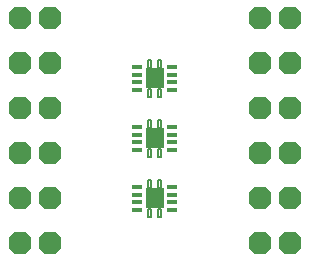
<source format=gtl>
G75*
%MOIN*%
%OFA0B0*%
%FSLAX24Y24*%
%IPPOS*%
%LPD*%
%AMOC8*
5,1,8,0,0,1.08239X$1,22.5*
%
%ADD10R,0.0330X0.0140*%
%ADD11R,0.0590X0.0690*%
%ADD12C,0.0300*%
%ADD13C,0.0060*%
%ADD14OC8,0.0760*%
D10*
X004750Y001750D03*
X004750Y002000D03*
X004750Y002260D03*
X004750Y002510D03*
X005910Y002510D03*
X005910Y002260D03*
X005910Y002000D03*
X005910Y001750D03*
X005910Y003750D03*
X005910Y004000D03*
X005910Y004260D03*
X005910Y004510D03*
X004750Y004510D03*
X004750Y004260D03*
X004750Y004000D03*
X004750Y003750D03*
X004750Y005750D03*
X004750Y006000D03*
X004750Y006260D03*
X004750Y006510D03*
X005910Y006510D03*
X005910Y006260D03*
X005910Y006000D03*
X005910Y005750D03*
D11*
X005330Y006130D03*
X005330Y004130D03*
X005330Y002130D03*
D12*
X005330Y002290D03*
X005330Y001970D03*
X005330Y003970D03*
X005330Y004290D03*
X005330Y005970D03*
X005330Y006290D03*
D13*
X005210Y006470D02*
X005110Y006470D01*
X005110Y006750D01*
X005210Y006750D01*
X005210Y006470D01*
X005450Y006470D02*
X005550Y006470D01*
X005550Y006750D01*
X005450Y006750D01*
X005450Y006470D01*
X005450Y005790D02*
X005550Y005790D01*
X005550Y005510D01*
X005450Y005510D01*
X005450Y005790D01*
X005210Y005790D02*
X005110Y005790D01*
X005110Y005510D01*
X005210Y005510D01*
X005210Y005790D01*
X005210Y004750D02*
X005110Y004750D01*
X005110Y004470D01*
X005210Y004470D01*
X005210Y004750D01*
X005450Y004750D02*
X005450Y004470D01*
X005550Y004470D01*
X005550Y004750D01*
X005450Y004750D01*
X005450Y003790D02*
X005550Y003790D01*
X005550Y003510D01*
X005450Y003510D01*
X005450Y003790D01*
X005210Y003790D02*
X005110Y003790D01*
X005110Y003510D01*
X005210Y003510D01*
X005210Y003790D01*
X005210Y002750D02*
X005110Y002750D01*
X005110Y002470D01*
X005210Y002470D01*
X005210Y002750D01*
X005450Y002750D02*
X005450Y002470D01*
X005550Y002470D01*
X005550Y002750D01*
X005450Y002750D01*
X005450Y001790D02*
X005550Y001790D01*
X005550Y001510D01*
X005450Y001510D01*
X005450Y001790D01*
X005210Y001790D02*
X005110Y001790D01*
X005110Y001510D01*
X005210Y001510D01*
X005210Y001790D01*
D14*
X000830Y000630D03*
X001830Y000630D03*
X001830Y002130D03*
X000830Y002130D03*
X000830Y003630D03*
X001830Y003630D03*
X001830Y005130D03*
X000830Y005130D03*
X000830Y006630D03*
X001830Y006630D03*
X001830Y008130D03*
X000830Y008130D03*
X000830Y008130D03*
X008830Y008130D03*
X008830Y008130D03*
X009830Y008130D03*
X009830Y006630D03*
X008830Y006630D03*
X008830Y005130D03*
X009830Y005130D03*
X009830Y003630D03*
X008830Y003630D03*
X008830Y002130D03*
X009830Y002130D03*
X009830Y000630D03*
X008830Y000630D03*
M02*

</source>
